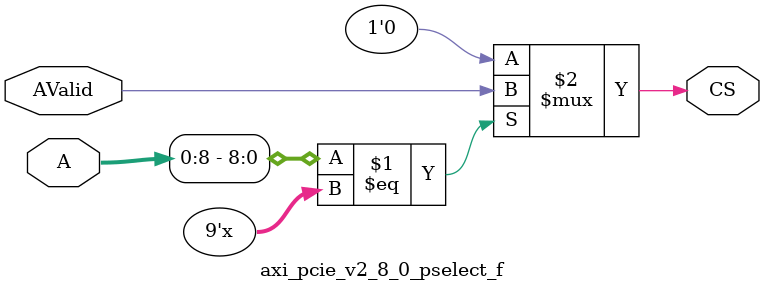
<source format=v>

`timescale 1ps/1ps

module axi_pcie_v2_8_0_pselect_f #(
  parameter                   C_AB      = 9,
  parameter                   C_AW      = 32,
  parameter [0:C_AW - 1]      C_BAR     =  'bz,
  parameter                   C_FAMILY  = "nofamily"
)(
  input      [0:C_AW-1]       A, 
  input                       AValid,
  output                      CS
);

// Local Paramater declaration
//--------------------------
localparam [0:C_AB-1]BAR = C_BAR[0:C_AB-1];

//------------------------------------------------------------------------------
// Behavioral decoder
//------------------------------------------------------------------------------
generate
if (C_AB > 0) begin : XST_WA
  assign CS = (A[0:C_AB - 1] == BAR[0:C_AB - 1]) ? AValid : 1'b0 ;
end

if (C_AB == 0) begin : PASS_ON_GEN
  assign CS = AValid ;
end
endgenerate

endmodule

</source>
